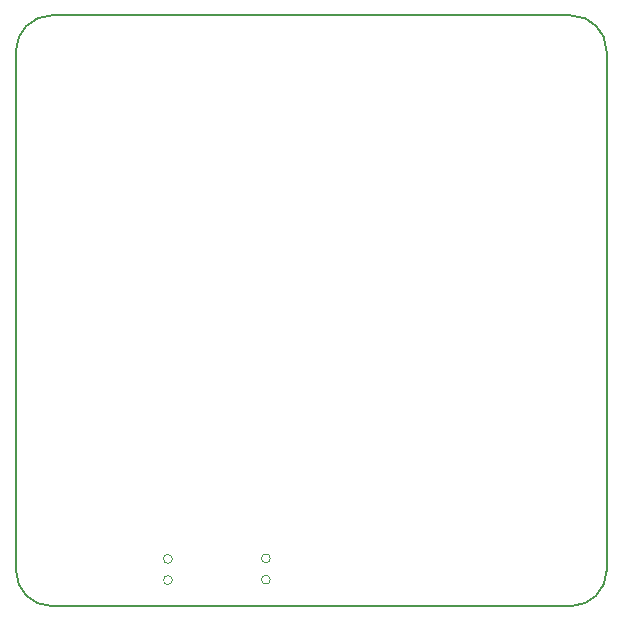
<source format=gm1>
%TF.GenerationSoftware,KiCad,Pcbnew,8.0.4-8.0.4-0~ubuntu22.04.1*%
%TF.CreationDate,2024-08-14T23:11:35+09:00*%
%TF.ProjectId,motor_driver,6d6f746f-725f-4647-9269-7665722e6b69,rev?*%
%TF.SameCoordinates,Original*%
%TF.FileFunction,Profile,NP*%
%FSLAX46Y46*%
G04 Gerber Fmt 4.6, Leading zero omitted, Abs format (unit mm)*
G04 Created by KiCad (PCBNEW 8.0.4-8.0.4-0~ubuntu22.04.1) date 2024-08-14 23:11:35*
%MOMM*%
%LPD*%
G01*
G04 APERTURE LIST*
%TA.AperFunction,Profile*%
%ADD10C,0.200000*%
%TD*%
%TA.AperFunction,Profile*%
%ADD11C,0.120000*%
%TD*%
G04 APERTURE END LIST*
D10*
X90524000Y-78310400D02*
G75*
G02*
X93524000Y-75310400I3000000J0D01*
G01*
X90524000Y-78310400D02*
X90524000Y-122310400D01*
X137524000Y-75310400D02*
G75*
G02*
X140524000Y-78310400I0J-3000000D01*
G01*
X93524000Y-125310400D02*
X137524000Y-125310400D01*
X140524000Y-122310400D02*
X140524000Y-78310400D01*
X137524000Y-75310400D02*
X93524000Y-75310400D01*
X140524000Y-122310400D02*
G75*
G02*
X137524000Y-125310400I-3000000J0D01*
G01*
X93524000Y-125310400D02*
G75*
G02*
X90524000Y-122310400I0J3000000D01*
G01*
D11*
%TO.C,SW2*%
X112055000Y-121280000D02*
G75*
G02*
X111305000Y-121280000I-375000J0D01*
G01*
X111305000Y-121280000D02*
G75*
G02*
X112055000Y-121280000I375000J0D01*
G01*
X112055000Y-123080000D02*
G75*
G02*
X111305000Y-123080000I-375000J0D01*
G01*
X111305000Y-123080000D02*
G75*
G02*
X112055000Y-123080000I375000J0D01*
G01*
%TO.C,SW1*%
X103755000Y-121320000D02*
G75*
G02*
X103005000Y-121320000I-375000J0D01*
G01*
X103005000Y-121320000D02*
G75*
G02*
X103755000Y-121320000I375000J0D01*
G01*
X103755000Y-123120000D02*
G75*
G02*
X103005000Y-123120000I-375000J0D01*
G01*
X103005000Y-123120000D02*
G75*
G02*
X103755000Y-123120000I375000J0D01*
G01*
%TD*%
M02*

</source>
